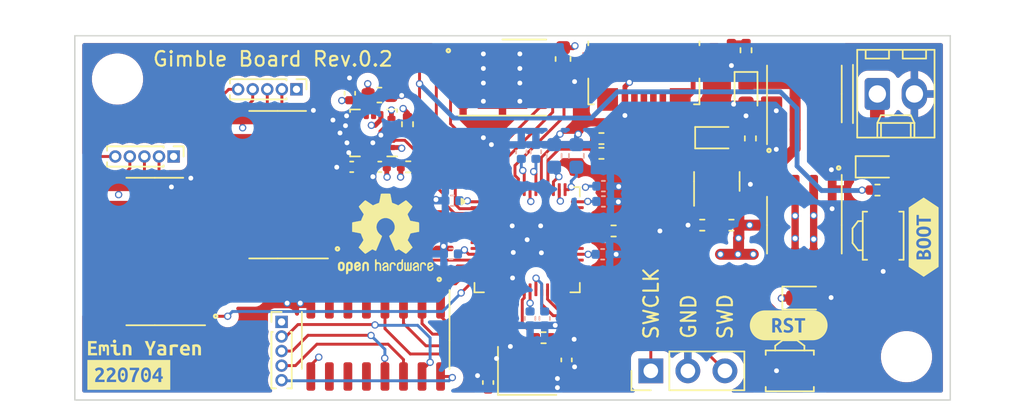
<source format=kicad_pcb>
(kicad_pcb (version 20211014) (generator pcbnew)
  (title_block (title "Gimble Board") (date "2022-07-04") (rev "0.2") (company "Emin Yaren"))
  (layers (0 "F.Cu" signal) (1 "In1.Cu" signal "GND") (2 "In2.Cu" signal "PWR") (31 "B.Cu" signal) (34 "B.Paste" user) (35 "F.Paste" user) (36 "B.SilkS" user "B.Silkscreen") (37 "F.SilkS" user "F.Silkscreen") (38 "B.Mask" user) (39 "F.Mask" user) (44 "Edge.Cuts" user))
  (net 0 "")
  (net 1 "+3V3")
  (net 2 "GND")
  (net 3 "+5V")
  (net 4 "+1V1")
  (net 5 "/RP2040/XIN")
  (net 6 "Net-(C312-Pad1)")
  (net 7 "Net-(C403-Pad1)")
  (net 8 "Net-(D200-Pad1)")
  (net 9 "+12V")
  (net 10 "Net-(R201-Pad2)")
  (net 11 "Net-(R202-Pad2)")
  (net 12 "Net-(R303-Pad2)")
  (net 13 "Net-(FB200-Pad1)")
  (net 14 "/POWER/USBV")
  (net 15 "D-")
  (net 16 "D+")
  (net 18 "unconnected-(J200-Pad6)")
  (net 19 "/RP2040/SWCLK")
  (net 20 "/RP2040/SWD")
  (net 21 "Net-(M500-Pad2)")
  (net 22 "Net-(M500-Pad3)")
  (net 23 "Net-(M500-Pad4)")
  (net 24 "Net-(M500-Pad5)")
  (net 25 "Net-(U501-Pad15)")
  (net 26 "Net-(U501-Pad13)")
  (net 27 "Net-(U501-Pad14)")
  (net 28 "Net-(U501-Pad16)")
  (net 29 "Net-(U502-Pad15)")
  (net 30 "Net-(U502-Pad13)")
  (net 31 "Net-(U502-Pad14)")
  (net 32 "Net-(U502-Pad16)")
  (net 33 "/RP2040/XOUT")
  (net 34 "Net-(U300-Pad37)")
  (net 35 "SDA")
  (net 36 "SCL")
  (net 37 "Net-(U300-Pad26)")
  (net 42 "P11")
  (net 43 "P12")
  (net 44 "P13")
  (net 45 "P14")
  (net 47 "P21")
  (net 48 "P22")
  (net 49 "P23")
  (net 50 "P24")
  (net 51 "P31")
  (net 52 "P32")
  (net 53 "P33")
  (net 54 "P34")
  (net 68 "SD3")
  (net 69 "SCLK")
  (net 70 "SD0")
  (net 71 "SD2")
  (net 72 "SD1")
  (net 73 "SS")
  (net 93 "/POWER/DISABLE")
  (net 94 "/RP2040/UD+")
  (net 95 "/RP2040/UD-")
  (net 97 "Net-(SW301-Pad2)")
  (footprint "Capacitor_SMD:C_0402_1005Metric" (layer "F.Cu") (at 118.85 53.95 90)
    (fp_text reference "C402" hide)
    (fp_text value "10n")
  )
  (footprint "MountingHole:MountingHole_2.5mm" (layer "F.Cu") (at 157 72.025)
    (fp_text reference "REF**" hide)
    (fp_text value "MountingHole_2.5mm")
  )
  (footprint "LED_SMD:LED_0402_1005Metric" (layer "F.Cu") (at 145 51 90)
    (fp_text reference "D202" hide)
    (fp_text value "BL")
  )
  (footprint "Connector_PinHeader_1.00mm:PinHeader_1x05_P1.00mm_Vertical" (layer "F.Cu") (at 115.19 53.68 -90)
    (fp_text reference "M500" hide)
    (fp_text value "BYJ-48")
  )
  (footprint "Diode_SMD:D_0603_1608Metric" (layer "F.Cu") (at 155 59)
    (fp_text reference "D200" hide)
    (fp_text value "11V")
  )
  (footprint "Package_SON:WSON-8-1EP_6x5mm_P1.27mm_EP3.4x4.3mm" (layer "F.Cu") (at 129.31 52.875)
    (fp_text reference "U301" hide)
    (fp_text value "W25Q32JVZP")
  )
  (footprint "Capacitor_Tantalum_SMD:CP_EIA-1608-08_AVX-J" (layer "F.Cu") (at 150 68)
    (fp_text reference "C200" hide)
    (fp_text value "22u")
  )
  (footprint "Button_Switch_SMD:SW_SPST_B3U-3000P" (layer "F.Cu") (at 149 73)
    (fp_text reference "SW300" hide)
    (fp_text value "RST")
  )
  (footprint "Package_LGA:LGA-16_3x3mm_P0.5mm_LayoutBorder3x5y" (layer "F.Cu") (at 120.475 56.675 180)
    (fp_text reference "U400" hide)
    (fp_text value "ICM-20602")
  )
  (footprint "kibuzzard-62C2D4AD" (layer "F.Cu") (at 148.925 69.875)
    (fp_text reference "kibuzzard-62C2D4AD" hide)
    (fp_text value "G***" hide)
  )
  (footprint "Capacitor_SMD:C_0402_1005Metric" (layer "F.Cu") (at 128.325 73.8 90)
    (fp_text reference "C311" hide)
    (fp_text value "27p")
  )
  (footprint "Resistor_SMD:R_0402_1005Metric" (layer "F.Cu") (at 136.925 63.4)
    (fp_text reference "R303" hide)
    (fp_text value "1K")
  )
  (footprint "Package_SO:SOIC-8_3.9x4.9mm_P1.27mm" (layer "F.Cu") (at 150 63 -90)
    (fp_text reference "U200" hide)
    (fp_text value "AMS1117CS-3.3")
  )
  (footprint "Connector_PinHeader_1.00mm:PinHeader_1x05_P1.00mm_Vertical" (layer "F.Cu") (at 106.77 58.29 -90)
    (fp_text reference "M501" hide)
    (fp_text value "BYJ-48")
  )
  (footprint "Button_Switch_SMD:SW_SPST_B3U-3000P" (layer "F.Cu") (at 155.4 63.725 90)
    (fp_text reference "SW301" hide)
    (fp_text value "BOOT")
  )
  (footprint "Resistor_SMD:R_0402_1005Metric" (layer "F.Cu") (at 132.125 70.725)
    (fp_text reference "R302" hide)
    (fp_text value "1K")
  )
  (footprint "Connector_PinHeader_2.54mm:PinHeader_1x03_P2.54mm_Vertical" (layer "F.Cu") (at 139.475 73 90)
    (fp_text reference "J300" hide)
    (fp_text value "DEBUG")
  )
  (footprint "Resistor_SMD:R_0402_1005Metric" (layer "F.Cu") (at 122.85 59)
    (fp_text reference "R401" hide)
    (fp_text value "10K")
  )
  (footprint "Package_SO:SOIC-8_3.9x4.9mm_P1.27mm" (layer "F.Cu") (at 150 54 90)
    (fp_text reference "U201" hide)
    (fp_text value "AMS1117CS-5.0")
  )
  (footprint "Package_SO:SOIC-16_3.9x9.9mm_P1.27mm" (layer "F.Cu") (at 120.62 70.91 -90)
    (fp_text reference "U502" hide)
    (fp_text value "ULN2003A")
  )
  (footprint "kibuzzard-62C2DC45" (layer "F.Cu") (at 104.775 71.4)
    (fp_text reference "kibuzzard-62C2DC45" hide)
    (fp_text value "G***" hide)
  )
  (footprint "Capacitor_SMD:C_0603_1608Metric" (layer "F.Cu") (at 133.46 51.6 -90)
    (fp_text reference "C313" hide)
    (fp_text value "2u2")
  )
  (footprint "Capacitor_SMD:C_0402_1005Metric" (layer "F.Cu") (at 118.975 59 180)
    (fp_text reference "C403" hide)
    (fp_text value "100n")
  )
  (footprint "Resistor_SMD:R_0402_1005Metric" (layer "F.Cu") (at 136.09 58.075 180)
    (fp_text reference "R301" hide)
    (fp_text value "22")
  )
  (footprint "Crystal:Crystal_SMD_3225-4Pin_3.2x2.5mm" (layer "F.Cu") (at 131 73)
    (fp_text reference "Y300" hide)
    (fp_text value "12MHz")
  )
  (footprint "LED_SMD:LED_0402_1005Metric" (layer "F.Cu") (at 146.3 59.05 90)
    (fp_text reference "D201" hide)
    (fp_text value "YLW")
  )
  (footprint "Capacitor_SMD:C_0402_1005Metric" (layer "F.Cu") (at 120.9 59 180)
    (fp_text reference "C400" hide)
    (fp_text value "100n")
  )
  (footprint "LED_SMD:LED_0402_1005Metric" (layer "F.Cu") (at 138.975 63.4 180)
    (fp_text reference "D300" hide)
    (fp_text value "GRN")
  )
  (footprint "Connector_Molex:Molex_KK-254_AE-6410-02A_1x02_P2.54mm_Vertical" (layer "F.Cu") (at 155 54)
    (fp_text reference "J201" hide)
    (fp_text value "Screw_Terminal_01x02")
  )
  (footprint "Capacitor_Tantalum_SMD:CP_EIA-1608-08_AVX-J" (layer "F.Cu") (at 146 54 -90)
    (fp_text reference "C201" hide)
    (fp_text value "22u")
  )
  (footprint "Package_SO:SOIC-16_3.9x9.9mm_P1.27mm" (layer "F.Cu") (at 105.48 64.81 180)
    (fp_text reference "U501" hide)
    (fp_text value "ULN2003A")
  )
  (footprint "Resistor_SMD:R_0402_1005Metric" (layer "F.Cu") (at 155.01 60.595 180)
    (fp_text reference "R304" hide)
    (fp_text value "1K")
  )
  (footprint "Diode_SMD:D_0603_1608Metric" (layer "F.Cu") (at 144 57)
    (fp_text reference "FB200" hide)
    (fp_text value "100R")
  )
  (footprint "Capacitor_SMD:C_0402_1005Metric" (layer "F.Cu") (at 133.7 72.25 -90)
    (fp_text reference "C312" hide)
    (fp_text value "27p")
  )
  (footprint "MY_LIBRARY:RP_2040" (layer "F.Cu") (at 131 64)
    (fp_text reference "U300" hide)
    (fp_text value "RP_2040")
  )
  (footprint "Resistor_SMD:R_0402_1005Metric" (layer "F.Cu") (at 145 63)
    (fp_text reference "R203" hide)
    (fp_text value "0")
  )
  (footprint "Package_TO_SOT_SMD:SOT-23" (layer "F.Cu") (at 144 60 90)
    (fp_text reference "Q200" hide)
    (fp_text value "FDN340P")
  )
  (footprint "Connector_PinHeader_1.00mm:PinHeader_1x05_P1.00mm_Vertical" (layer "F.Cu") (at 114.17 69.64)
    (fp_text reference "M502" hide)
    (fp_text value "BYJ-48")
  )
  (footprint "Resistor_SMD:R_0402_1005Metric" (layer "F.Cu") (at 146 51 90)
    (fp_text reference "R202" hide)
    (fp_text value "1K")
  )
  (footprint "Package_SO:SOIC-16_3.9x9.9mm_P1.27mm" (layer "F.Cu") (at 113.9 60.225 180)
    (fp_text reference "U500" hide)
    (fp_text value "ULN2003A")
  )
  (footprint "Connector_USB:USB_Micro-B_Molex_47346-0001" (layer "F.Cu") (at 139 53 180)
    (fp_text reference "J200" hide)
    (fp_text value "USB_B_Micro")
  )
  (footprint "Symbol:OSHW-Logo2_7.3x6mm_SilkScreen" (layer "F.Cu") (at 121.3 63.6)
    (fp_text reference "REF**" hide)
    (fp_text value "OSHW-Logo2_7.3x6mm_SilkScreen" hide)
  )
  (footprint "Resistor_SMD:R_0402_1005Metric" (layer "F.Cu") (at 122.8 56.075 -90)
    (fp_text reference "R400" hide)
    (fp_text value "10K")
  )
  (footprint "Resistor_SMD:R_0402_1005Metric" (layer "F.Cu") (at 146.3 57.05 -90)
    (fp_text reference "R201" hide)
    (fp_text value "1K")
  )
  (footprint "Resistor_SMD:R_0402_1005Metric" (layer "F.Cu") (at 136.09 57.059 180)
    (fp_text reference "R300" hide)
    (fp_text value "22")
  )
  (footprint "Capacitor_SMD:C_0603_1608Metric" (layer "F.Cu") (at 120.875 54.075)
    (fp_text reference "C401" hide)
    (fp_text value "2u2")
  )
  (footprint "Resistor_SMD:R_0402_1005Metric" (layer "F.Cu") (at 143 63 180)
    (fp_text reference "R200" hide)
    (fp_text value "10K")
  )
  (footprint "kibuzzard-62C2DB9E" (layer "F.Cu") (at 103.7 73.275)
    (fp_text reference "kibuzzard-62C2DB9E" hide)
    (fp_text value "G***" hide)
  )
  (footprint "MountingHole:MountingHole_2.5mm" (layer "F.Cu") (at 102.925 52.975)
    (fp_text reference "REF**" hide)
    (fp_text value "MountingHole_2.5mm")
  )
  (footprint "kibuzzard-62C2D491" (layer "F.Cu") (at 158.175 63.825 90)
    (fp_text reference "kibuzzard-62C2D491" hide)
    (fp_text value "G***" hide)
  )
  (footprint "Capacitor_SMD:C_0402_1005Metric" (layer "B.Cu") (at 132.2 69.4 -90)
    (fp_text reference "C309" hide)
    (fp_text value "100n")
  )
  (footprint "Capacitor_SMD:C_0603_1608Metric" (layer "B.Cu") (at 132.85 58.25 90)
    (fp_text reference "C308" hide)
    (fp_text value "2u2")
  )
  (footprint "Capacitor_SMD:C_0402_1005Metric" (layer "B.Cu") (at 136.175 65)
    (fp_text reference "C304" hide)
    (fp_text value "100n")
  )
  (footprint "Capacitor_SMD:C_0402_1005Metric" (layer "B.Cu") (at 130.6 57.975 90)
    (fp_text reference "C310" hide)
    (fp_text value "100n")
  )
  (footprint "Capacitor_SMD:C_0402_1005Metric" (layer "B.Cu") (at 125.775 64.975 180)
    (fp_text reference "C305" hide)
    (fp_text value "100n")
  )
  (footprint "Capacitor_SMD:C_0402_1005Metric" (layer "B.Cu") (at 131.6 57.975 90)
    (fp_text reference "C307" hide)
    (fp_text value "100n")
  )
  (footprint "Capacitor_SMD:C_0402_1005Metric" (layer "B.Cu") (at 136.225 60.325)
    (fp_text reference "C306" hide)
    (fp_text value "100n")
  )
  (footprint "Capacitor_SMD:C_0402_1005Metric" (layer "B.Cu") (at 136.225 61.375)
    (fp_text reference "C301" hide)
    (fp_text value "100n")
  )
  (footprint "Capacitor_SMD:C_0603_1608Metric" (layer "B.Cu") (at 134.375 58.25 90)
    (fp_text reference "C300" hide)
    (fp_text value "2u2")
  )
  (footprint "Capacitor_SMD:C_0402_1005Metric" (layer "B.Cu") (at 125.875 61.325 180)
    (fp_text reference "C302" hide)
    (fp_text value "100n")
  )
  (footprint "Capacitor_SMD:C_0402_1005Metric" (layer "B.Cu") (at 131.2 69.4 -90)
    (fp_text reference "C303" hide)
    (fp_text value "100n")
  )
  (gr_circle (center 118 64.625) (end 118.05 64.725) (layer "F.SilkS") (width 0.15) (fill none))
  (gr_circle (center 152.35 59.075) (end 152.4 59.175) (layer "F.SilkS") (width 0.15) (fill none))
  (gr_circle (center 109.65 69.25) (end 109.7 69.35) (layer "F.SilkS") (width 0.15) (fill none))
  (gr_circle (center 147.575 57.875) (end 147.625 57.975) (layer "F.SilkS") (width 0.15) (fill none))
  (gr_circle (center 125.6 51.025) (end 125.65 51.125) (layer "F.SilkS") (width 0.15) (fill none))
  (gr_circle (center 124.975 66.725) (end 125.025 66.825) (layer "F.SilkS") (width 0.15) (fill none))
  (gr_rect (start 100 50) (end 160 75) (layer "Edge.Cuts") (width 0.1) (fill none))
  (gr_text "GND" (at 142.075 69.275 90) (layer "F.SilkS") (effects (font (size 1 1))))
  (gr_text "Gimble Board Rev.0.2" (at 113.575 51.6) (layer "F.SilkS") (effects (font (size 1 1))))
  (gr_text "SWCLK" (at 139.5 68.373012 90) (layer "F.SilkS") (effects (font (size 1 1))))
  (gr_text "SWD" (at 144.575 69.275 90) (layer "F.SilkS") (effects (font (size 1 1))))
  (segment (start 127 65) (end 127.5625 65) (width 0.2) (layer "F.Cu") (net 1))
  (segment (start 120.1 53.325) (end 120.075 53.3) (width 0.33) (layer "F.Cu") (net 1))
  (segment (start 120.325 56.15) (end 120.586694 56.15) (width 0.33) (layer "F.Cu") (net 1))
  (segment (start 133.2 60.5625) (end 133.2 61.275) (width 0.2) (layer "F.Cu") (net 1))
  (segment (start 150.635 63.965) (end 150.635 65.475) (width 0.5) (layer "F.Cu") (net 1))
  (segment (start 150.635 62.34) (end 150.635 63.965) (width 0.5) (layer "F.Cu") (net 1))
  (segment (start 131.45 59.325) (end 131.6 59.475) (width 0.2) (layer "F.Cu") (net 1))
  (segment (start 149.365 62.36) (end 149.365 63.91) (width 0.5) (layer "F.Cu") (net 1))
  (segment (start 135.181371 65) (end 135.181407 65.000036) (width 0.2) (layer "F.Cu") (net 1))
  (segment (start 149.365 65.475) (end 149.365 67.9225) (width 0.5) (layer "F.Cu") (net 1))
  (segment (start 131.6 59.475) (end 131.6 60.5625) (width 0.2) (layer "F.Cu") (net 1))
  (segment (start 131.2 60.5625) (end 131.2 61.325) (width 0.2) (layer "F.Cu") (net 1))
  (segment (start 121.7 57.675) (end 122.35 57.675) (width 0.33) (layer "F.Cu") (net 1))
  (segment (start 121.25 58.87) (end 121.38 59) (width 0.33) (layer "F.Cu") (net 1))
  (segment (start 133.46 50.825) (end 133.335 50.95) (width 0.33) (layer "F.Cu") (net 1))
  (segment (start 133.6 60.5625) (end 133.8375 60.5625) (width 0.2) (layer "F.Cu") (net 1))
  (segment (start 149.2875 68) (end 148.45 68) (width 0.5) (layer "F.Cu") (net 1))
  (segment (start 121.25 58.175) (end 121.25 58.87) (width 0.33) (layer "F.Cu") (net 1))
  (segment (start 134.15 50.825) (end 134.275 50.7) (width 0.33) (layer "F.Cu") (net 1))
  (segment (start 118.32 54.43) (end 118.3 54.45) (width 0.33) (layer "F.Cu") (net 1))
  (segment (start 149.365 60.525) (end 149.365 62.36) (width 0.5) (layer "F.Cu") (net 1))
  (segment (start 122.8 55.565) (end 122.8 55.3) (width 0.33) (layer "F.Cu") (net 1))
  (segment (start 132.03 50.95) (end 132.01 50.97) (width 0.33) (layer "F.Cu") (net 1))
  (segment (start 122.8 55.3) (end 122.5 55) (width 0.33) (layer "F.Cu") (net 1))
  (segment (start 122.34 59.685) (end 122.325 59.7) (width 0.33) (layer "F.Cu") (net 1))
  (segment (start 120.975 57.9) (end 121.25 58.175) (width 0.33) (layer "F.Cu") (net 1))
  (segment (start 122.34 59) (end 122.34 59.685) (width 0.33) (layer "F.Cu") (net 1))
  (segment (start 133.335 50.95) (end 132.03 50.95) (width 0.33) (layer "F.Cu") (net 1))
  (segment (start 121.7 55.675) (end 121.7 55.1) (width 0.33) (layer "F.Cu") (net 1))
  (segment (start 122.35 57.675) (end 122.4 57.725) (width 0.33) (layer "F.Cu") (net 1))
  (segment (start 135.120821 61.4) (end 135.15007 61.370751) (width 0.2) (layer "F.Cu") (net 1))
  (segment (start 119.975 54.2) (end 120.1 54.075) (width 0.33) (layer "F.Cu") (net 1))
  (segment (start 127.5625 61.4) (end 126.97506 61.4) (width 0.2) (layer "F.Cu") (net 1))
  (segment (start 131.2 67.4375) (end 131.2 68.35) (width 0.2) (layer "F.Cu") (net 1))
  (segment (start 134.4375 65) (end 135.181371 65) (width 0.2) (layer "F.Cu") (net 1))
  (segment (start 149.365 63.91) (end 149.365 65.475) (width 0.5) (layer "F.Cu") (net 1))
  (segment (start 149.365 67.9225) (end 149.2875 68) (width 0.5) (layer "F.Cu") (net 1))
  (segment (start 131.2 61.325) (end 131.25 61.375) (width 0.2) (layer "F.Cu") (net 1))
  (segment (start 126.7 64.7) (end 127 65) (width 0.2) (layer "F.Cu") (net 1))
  (segment (start 134.4375 61.4) (end 135.120821 61.4) (width 0.2) (layer "F.Cu") (net 1))
  (segment (start 120.975 55.761694) (end 120.975 55.45) (width 0.33) (layer "F.Cu") (net 1))
  (segment (start 148.45 68) (end 148.425 68.025) (width 0.5) (layer "F.Cu") (net 1))
  (segment (start 133.2 61.275) (end 133.275 61.35) (width 0.2) (layer "F.Cu") (net 1))
  (segment (start 133.8375 60.5625) (end 134.025 60.375) (width 0.2) (layer "F.Cu") (net 1))
  (segment (start 150.635 60.525) (end 150.635 62.34) (width 0.5) (layer "F.Cu") (net 1))
  (segment (start 121.38 59) (end 121.38 59.68) (width 0.33) (layer "F.Cu") (net 1))
  (segment (start 121.38 59.68) (end 121.4 59.7) (width 0.33) (layer "F.Cu") (net 1))
  (segment (start 126.97506 61.4) (end 126.904891 61.329831) (width 0.2) (layer "F.Cu") (net 1))
  (segment (start 120.586694 56.15) (end 120.975 55.761694) (width 0.33) (layer "F.Cu") (net 1))
  (segment (start 118.85 54.43) (end 118.32 54.43) (width 0.33) (layer "F.Cu") (net 1))
  (segment (start 120.1 54.075) (end 120.1 53.325) (width 0.33) (layer "F.Cu") (net 1))
  (segment (start 133.46 50.825) (end 134.15 50.825) (width 0.33) (layer "F.Cu") (net 1))
  (segment (start 119.975 55.45) (end 119.975 54.2) (width 0.33) (layer "F.Cu") (net 1))
  (via (at 126.7 64.7) (size 0.5) (drill 0.33) (layers "F.Cu" "B.Cu") (net 1))
  (via (at 134.275 50.7) (size 0.5) (drill 0.33) (layers "F.Cu" "B.Cu") (net 1))
  (via (at 150.635 63.965) (size 0.5) (drill 0.33) (layers "F.Cu" "B.Cu") (net 1))
  (via (at 121.7 55.1) (size 0.5) (drill 0.33) (layers "F.Cu" "B.Cu") (net 1))
  (via (at 122.325 59.7) (size 0.5) (drill 0.33) (layers "F.Cu" "B.Cu") (net 1))
  (via (at 118.3 54.45) (size 0.5) (drill 0.33) (layers "F.Cu" "B.Cu") (net 1))
  (via (at 131.45 59.325) (size 0.5) (drill 0.33) (layers "F.Cu" "B.Cu") (net 1))
  (via (at 122.5 55) (size 0.5) (drill 0.33) (layers "F.Cu" "B.Cu") (net 1))
  (via (at 135 60.4) (size 0.5) (drill 0.33) (layers "F.Cu" "B.Cu") (net 1))
  (via (at 149.365 63.91) (size 0.5) (drill 0.33) (layers "F.Cu" "B.Cu") (net 1))
  (via (at 121.4 59.7) (size 0.5) (drill 0.33) (layers "F.Cu" "B.Cu") (net 1))
  (via (at 131.2 68.35) (size 0.5) (drill 0.33) (layers "F.Cu" "B.Cu") (net 1))
  (via (at 149.365 62.36) (size 0.5) (drill 0.33) (layers "F.Cu" "B.Cu") (net 1))
  (via (at 150.635 62.34) (size 0.5) (drill 0.33) (layers "F.Cu" "B.Cu") (net 1))
  (via (at 134.025 60.375) (size 0.5) (drill 0.33) (layers "F.Cu" "B.Cu") (net 1))
  (via (at 133.275 61.35) (size 0.5) (drill 0.33) (layers "F.Cu" "B.Cu") (net 1))
  (via (at 120.325 56.15) (size 0.5) (drill 0.33) (layers "F.Cu" "B.Cu") (net 1))
  (via (at 148.425 68.025) (size 0.5) (drill 0.33) (layers "F.Cu" "B.Cu") (net 1))
  (via (at 131.25 61.375) (size 0.5) (drill 0.33) (layers "F.Cu" "B.Cu") (net 1))
  (via (at 122.4 57.725) (size 0.5) (drill 0.33) (layers "F.Cu" "B.Cu") (net 1))
  (via (at 135.15007 61.370751) (size 0.5) (drill 0.33) (layers "F.Cu" "B.Cu") (net 1))
  (via (at 126.904891 61.329831) (size 0.5) (drill 0.33) (layers "F.Cu" "B.Cu") (net 1))
  (via (at 120.075 53.3) (size 0.5) (drill 0.33) (layers "F.Cu" "B.Cu") (net 1))
  (via (at 135.181407 65.000036) (size 0.5) (drill 0.33) (layers "F.Cu" "B.Cu") (net 1))
  (segment (start 126.90006 61.325) (end 126.904891 61.329831) (width 0.2) (layer "B.Cu") (net 1))
  (segment (start 134.375 59.625) (end 134.375 59.025) (width 0.2) (layer "B.Cu") (net 1))
  (segment (start 135.181443 65) (end 135.181407 65.000036) (width 0.2) (layer "B.Cu") (net 1))
  (segment (start 134.025 59.975) (end 134.375 59.625) (width 0.2) (layer "B.Cu") (net 1))
  (segment (start 134.025 60.375) (end 134.025 59.975) (width 0.2) (layer "B.Cu") (net 1))
  (segment (start 131.6 59.175) (end 131.6 58.455) (width 0.2) (layer "B.Cu") (net 1))
  (segment (start 131.45 59.325) (end 131.6 59.175) (width 0.2) (layer "B.Cu") (net 1))
  (segment (start 131.2 68.92) (end 131.2 68.35) (width 0.2) (layer "B.Cu") (net 1))
  (segment (start 126.355 61.325) (end 126.90006 61.325) (width 0.2) (layer "B.Cu") (net 1))
  (segment (start 135.745 61.375) (end 135.154319 61.375) (width 0.2) (layer "B.Cu") (net 1))
  (segment (start 135.695 65) (end 135.181443 65) (width 0.2) (layer "B.Cu") (net 1))
  (segment (start 135.075 60.325) (end 135 60.4) (width 0.2) (layer "B.Cu") (net 1))
  (segment (start 126.425 64.975) (end 126.255 64.975) (width 0.2) (layer "B.Cu") (net 1))
  (segment (start 135.154319 61.375) (end 135.15007 61.370751) (width 0.2) (layer "B.Cu") (net 1))
  (segment (start 135.745 60.325) (end 135.075 60.325) (width 0.2) (layer "B.Cu") (net 1))
  (segment (start 126.7 64.7) (end 126.425 64.975) (width 0.2) (layer "B.Cu") (net 1))
  (segment (start 116.15 68.35) (end 116.175 68.375) (width 0.5) (layer "F.Cu") (net 2))
  (segment (start 120.475 58.945) (end 120.42 59) (width 0.33) (layer "F.Cu") (net 2))
  (segment (start 116.375 55.78) (end 116.375 55.15) (width 0.5) (layer "F.Cu") (net 2))
  (segment (start 150.7125 68) (end 151.8 68) (width 0.5) (layer "F.Cu") (net 2))
  (segment (start 120.975 56.588306) (end 121.388306 56.175) (width 0.33) (layer "F.Cu") (net 2))
  (segment (start 106.635 60.365) (end 106.62 60.38) (width 0.5) (layer "F.Cu") (net 2))
  (segment (start 119.25 57.175) (end 118.825 57.175) (width 0.33) (layer "F.Cu") (net 2))
  (segment (start 119.25 55.675) (end 118.8 55.675) (width 0.33) (layer "F.Cu") (net 2))
  (segment (start 121.388306 56.175) (end 121.7 56.175) (width 0.33) (layer "F.Cu") (net 2))
  (segment (start 129.9 72.15) (end 129.9 71.375) (width 0.5) (layer "F.Cu") (net 2))
  (segment (start 120.42 59) (end 120.42 59.67) (width 0.33) (layer "F.Cu") (net 2))
  (segment (start 120.475 57.9) (end 120.475 58.945) (width 0.33) (layer "F.Cu") (net 2))
  (segment (start 137.7 54.46) (end 137.7 53.50141) (width 0.33) (layer "F.Cu") (net 2))
  (segment (start 147.3 73) (end 148.08 73) (width 0.5) (layer "F.Cu") (net 2))
  (segment (start 120.42 59.67) (end 120.425 59.675) (width 0.33) (layer "F.Cu") (net 2))
  (segment (start 132.4 74.15) (end 132.1 73.85) (width 0.5) (layer "F.Cu") (net 2))
  (segment (start 145.1625 54.7125) (end 145.15 54.7) (width 0.33) (layer "F.Cu") (net 2))
  (segment (start 155.4 65.425) (end 155.4 66.175) (width 0.33) (layer "F.Cu") (net 2))
  (segment (start 130 67.4375) (end 130 66.625) (width 0.2) (layer "F.Cu") (net 2))
  (segment (start 107.955 59.78) (end 107.95 59.775) (width 0.5) (layer "F.Cu") (net 2))
  (segment (start 132.425 73.525) (end 132.1 73.85) (width 0.5) (layer "F.Cu") (net 2))
  (segment (start 118.8 55.675) (end 118.625 55.5) (width 0.33) (layer "F.Cu") (net 2))
  (segment (start 128.325 73.32) (end 127.605 73.32) (width 0.5) (layer "F.Cu") (net 2))
  (segment (start 151.905 60.525) (end 151.905 61.87) (width 0.5) (layer "F.Cu") (net 2))
  (segment (start 148.095 56.475) (end 148.095 57.78) (width 0.33) (layer "F.Cu") (net 2))
  (segment (start 151.905 59.255) (end 151.85 59.2) (width 0.5) (layer "F.Cu") (net 2))
  (segment (start 121.65 54.075) (end 122.375 54.075) (width 0.5) (layer "F.Cu") (net 2))
  (segment (start 114.55 68.35) (end 116.15 68.35) (width 0.5) (layer "F.Cu") (net 2))
  (segment (start 133.475 52.375) (end 134.25 53.15) (width 0.5) (layer "F.Cu") (net 2))
  (segment (start 134.245 72.73) (end 134.25 72.725) (width 0.5) (layer "F.Cu") (net 2))
  (segment (start 148.08 73) (end 148.09 72.99) (width 0.5) (layer "F.Cu") (net 2))
  (segment (start 137.7 53.50141) (end 138.004418 53.196992) (width 0.33) (layer "F.Cu") (net 2))
  (segment (start 146.3 59.535) (end 146.3 60.2) (width 0.33) (layer "F.Cu") (net 2))
  (segment (start 139.46 63.4) (end 140.1 63.4) (width 0.33) (layer "F.Cu") (net 2))
  (segment (start 118.495 59) (end 117.975 59) (width 0.33) (layer "F.Cu") (net 2))
  (segment (start 118.85 52.925) (end 118.825 52.9) (width 0.5) (layer "F.Cu") (net 2))
  (segment (start 133.075 74.15) (end 132.4 74.15) (width 0.5) (layer "F.Cu") (net 2))
  (segment (start 126.61 54.78) (end 127.72 54.78) (width 0.33) (layer "F.Cu") (net 2))
  (segment (start 133.075 73.525) (end 133.075 74.15) (width 0.5) (layer "F.Cu") (net 2))
  (segment (start 116.175 68.375) (end 116.175 68.435) (width 0.5) (layer "F.Cu") (net 2))
  (segment (start 116.375 55.15) (end 116.35 55.125) (width 0.5) (layer "F.Cu") (net 2))
  (segment (start 127.72 54.78) (end 128 54.5) (width 0.33) (layer "F.Cu") (net 2))
  (segment (start 118.825 57.175) (end 118.65 57.35) (width 0.33) (layer "F.Cu") (net 2))
  (segment (start 122.375 54.075) (end 122.4 54.1) (width 0.5) (layer "F.Cu") (net 2))
  (segment (start 107.955 60.365) (end 107.955 59.78) (width 0.5) (layer "F.Cu") (net 2))
  (segment (start 107.955 60.365) (end 106.635 60.365) (width 0.5) (layer "F.Cu") (net 2))
  (segment (start 133.7 72.73) (end 134.245 72.73) (width 0.5) (layer "F.Cu") (net 2))
  (segment (start 151.8 68) (end 151.83 67.97) (width 0.5) (layer "F.Cu") (net 2))
  (segment (start 148.095 57.78) (end 148.075 57.8) (width 0.33) (layer "F.Cu") (net 2))
  (segment (start 129.9 72.15) (end 128.9 72.15) (width 0.5) (layer "F.Cu") (net 2))
  (segment (start 118.85 53.47) (end 118.85 52.925) (width 0.5) (layer "F.Cu") (net 2))
  (segment (start 116.175 68.435) (end 116.215 68.435) (width 0.5) (layer "F.Cu") (net 2))
  (segment (start 119.25 57.675) (end 119.125 57.675) (width 0.33) (layer "F.Cu") (net 2))
  (segment (start 119.25 56.175) (end 118.55 56.175) (width 0.33) (layer "F.Cu") (net 2))
  (segment (start 129.9 71.375) (end 129.85 71.325) (width 0.5) (layer "F.Cu") (net 2))
  (segment (start 117.975 59) (end 117.95 59.025) (width 0.33) (layer "F.Cu") (net 2))
  (segment (start 118.175 56.675) (end 119.25 56.675) (width 0.33) (layer "F.Cu") (net 2))
  (segment (start 127.605 73.32) (end 127.6 73.325) (width 0.5) (layer "F.Cu") (net 2))
  (segment (start 116.375 55.78) (end 117.68 55.78) (width 0.5) (layer "F.Cu") (net 2))
  (segment (start 151.905 60.525) (end 151.905 59.255) (width 0.5) (layer "F.Cu") (net 2))
  (segment (start 120.975 56.825) (end 120.975 56.588306) (width 0.33) (layer "F.Cu") (net 2))
  (segment (start 120.425 57.35) (end 120.475 57.4) (width 0.33) (layer "F.Cu") (net 2))
  (segment (start 134.25 53.15) (end 134.235 53.15) (width 0.2) (layer "F.Cu") (net 2))
  (segment (start 119.125 57.675) (end 118.775 58.025) (width 0.33) (layer "F.Cu") (net 2))
  (segment (start 146 54.7125) (end 146 55.5) (width 0.33) (layer "F.Cu") (net 2))
  (segment (start 137.7 54.46) (end 137.7 55.475) (width 0.33) (layer "F.Cu") (net 2))
  (segment (start 148.095 55.17) (end 148.075 55.15) (width 0.33) (layer "F.Cu") (net 2))
  (segment (start 142.49 63) (end 142.025 63) (width 0.33) (layer "F.Cu") (net 2))
  (segment (start 133.46 52.375) (end 133.475 52.375) (width 0.5) (layer "F.Cu") (net 2))
  (segment (start 146 54.7125) (end 145.1625 54.7125) (width 0.33) (layer "F.Cu") (net 2))
  (segment (start 120.475 57.4) (end 120.475 57.9) (width 0.33) (layer "F.Cu") (net 2))
  (segment (start 133.075 73.525) (end 132.425 73.525) (width 0.5) (layer "F.Cu") (net 2))
  (segment (start 148.095 56.475) (end 148.095 55.17) (width 0.33) (layer "F.Cu") (net 2))
  (segment (start 117.68 55.78) (end 117.69 55.79) (width 0.5) (layer "F.Cu") (net 2))
  (segment (start 145 51.485) (end 145 52.05) (width 0.33) (layer "F.Cu") (net 2))
  (segment (start 151.905 61.87) (end 151.9 61.875) (width 0.5) (layer "F.Cu") (net 2))
  (via (at 118.175 56.675) (size 0.5) (drill 0.33) (layers "F.Cu" "B.Cu") (net 2))
  (via (at 107.95 59.775) (size 0.5) (drill 0.33) (layers "F.Cu" "B.Cu") (net 2))
  (via (at 128 53.25) (size 0.5) (drill 0.33) (layers "F.Cu" "B.Cu") (net 2))
  (via (at 129.975 63.05) (size 0.5) (drill 0.33) (layers "F.Cu" "B.Cu") (net 2))
  (via (at 134.5 56.75) (size 0.5) (drill 0.33) (layers "F.Cu" "B.Cu") (net 2))
  (via (at 138.004418 53.196992) (size 0.5) (drill 0.33) (layers "F.Cu" "B.Cu") (net 2))
  (via (at 131 64) (size 0.5) (drill 0.33) (layers "F.Cu" "B.Cu") (net 2))
  (via (at 140.1 63.4) (size 0.5) (drill 0.33) (layers "F.Cu" "B.Cu") (net 2))
  (via (at 128 57) (size 0.5) (drill 0.33) (layers "F.Cu" "B.Cu") (net 2))
  (via (at 118.825 52.9) (size 0.5) (drill 0.33) (layers "F.Cu" "B.Cu") (net 2))
  (via (at 132.925 69.875) (size 0.5) (drill 0.33) (layers "F.Cu" "B.Cu") (net 2))
  (via (at 130.05 64.875) (size 0.5) (drill 0.33) (layers "F.Cu" "B.Cu") (net 2))
  (via (at 142.025 63) (size 0.5) (drill 0.33) (layers "F.Cu" "B.Cu") (net 2))
  (via (at 117.95 59.025) (size 0.5) (drill 0.33) (layers "F.Cu" "B.Cu") (net 2))
  (via (at 151.85 59.2) (size 0.5) (drill 0.33) (layers "F.Cu" "B.Cu") (net 2))
  (via (at 148.075 55.15) (size 0.5) (drill 0.33) (layers "F.Cu" "B.Cu") (net 2))
  (via (at 134.219803 70.83169) (size 0.5) (drill 0.33) (layers "F.Cu" "B.Cu") (net 2))
  (via (at 124.75 61.25) (size 0.5) (drill 0.33) (layers "F.Cu" "B.Cu") (net 2))
  (via (at 145 52.05) (size 0.5) (drill 0.33) (layers "F.Cu" "B.Cu") (net 2))
  (via (at 116.35 55.125) (size 0.5) (drill 0.33) (layers "F.Cu" "B.Cu") (net 2))
  (via (at 134.25 72.725) (size 0.5) (drill 0.33) (layers "F.Cu" "B.Cu") (net 2))
  (via (at 137.1 65) (size 0.5) (drill 0.33) (layers "F.Cu" "B.Cu") (net 2))
  (via (at 148.075 57.8) (size 0.5) (drill 0.33) (layers "F.Cu" "B.Cu") (net 2))
  (via (at 151.9 61.875) (size 0.5) (drill 0.33) (layers "F.Cu" "B.Cu") (net 2))
  (via (at 134.25 53.15) (size 0.5) (drill 0.33) (layers "F.Cu" "B.Cu") (net 2))
  (via (at 118.65 57.35) (size 0.5) (drill 0.33) (layers "F.Cu" "B.Cu") (net 2))
  (via (at 146 55.5) (size 0.5) (drill 0.33) (layers "F.Cu" "B.Cu") (net 2))
  (via (at 145.15 54.7) (size 0.5) (drill 0.33) (layers "F.Cu" "B.Cu") (net 2))
  (via (at 128 54.5) (size 0.5) (drill 0.33) (layers "F.Cu" "B.Cu") (net 2))
  (via (at 129.85 71.325) (size 0.5) (drill 0.33) (layers "F.Cu" "B.Cu") (net 2))
  (via (at 131.975 64.9) (size 0.5) (drill 0.33) (layers "F.Cu" "B.Cu") (net 2))
  (via (at 148.09 72.99) (size 0.5) (drill 0.33) (layers "F.Cu" "B.Cu") (net 2))
  (via (at 133.075 74.15) (size 0.5) (drill 0.33) (layers "F.Cu" "B.Cu") (net 2))
  (via (at 125.27 64.45) (size 0.5) (drill 0.33) (layers "F.Cu" "B.Cu") (net 2))
  (via (at 117.69 55.79) (size 0.5) (drill 0.33) (layers "F.Cu" "B.Cu") (net 2))
  (via (at 130 66.625) (size 0.5) (drill 0.33) (layers "F.Cu" "B.Cu") (net 2))
  (via (at 120.975 56.825) (size 0.5) (drill 0.33) (layers "F.Cu" "B.Cu") (net 2))
  (via (at 130.5 54.5) (size 0.5) (drill 0.33) (layers "F.Cu" "B.Cu") (net 2))
  (via (at 106.62 60.38) (size 0.5) (drill 0.33) (layers "F.Cu" "B.Cu") (net 2))
  (via (at 130.5 53.25) (size 0.5) (drill 0.33) (layers "F.Cu" "B.Cu") (net 2))
  (via (at 115.45 68.35) (size 0.5) (drill 0.33) (layers "F.Cu" "B.Cu") (net 2))
  (via (at 120.425 57.35) (size 0.5) (drill 0.33) (layers "F.Cu" "B.Cu") (net 2))
  (via (at 114.55 68.35) (size 0.5) (drill 0.33) (layers "F.Cu" "B.Cu") (net 2))
  (via (at 130.5 51.25) (size 0.5) (drill 0.33) (layers "F.Cu" "B.Cu") (net 2))
  (via (at 120.425 59.675) (size 0.5) (drill 0.33) (layers "F.Cu" "B.Cu") (net 2))
  (via (at 128.9 72.15) (size 0.5) (drill 0.33) (layers "F.Cu" "B.Cu") (net 2))
  (via (at 133.075 73.525) (size 0.5) (drill 0.33) (layers "F.Cu" "B.Cu") (net 2))
  (via (at 137.25 61.4) (size 0.5) (drill 0.33) (layers "F.Cu" "B.Cu") (net 2))
  (via (at 130.5 52.25) (size 0.5) (drill 0.33) (layers "F.Cu" "B.Cu") (net 2))
  (via (at 128.55 57.475) (size 0.5) (drill 0.33) (layers "F.Cu" "B.Cu") (net 2))
  (via (at 146.3 60.2) (size 0.5) (drill 0.33) (layers "F.Cu" "B.Cu") (net 2))
  (via (at 128 51.25) (size 0.5) (drill 0.33) (layers "F.Cu" "B.Cu") (net 2))
  (via (at 128 52.25) (size 0.5) (drill 0.33) (layers "F.Cu" "B.Cu") (net 2))
  (via (at 118.55 56.175) (size 0.5) (drill 0.33) (layers "F.Cu" "B.Cu") (net 2))
  (via (at 118.625 55.5) (size 0.5) (drill 0.33) (layers "F.Cu" "B.Cu") (net 2))
  (via (at 118.775 58.025) (size 0.5) (drill 0.33) (layers "F.Cu" "B.Cu") (net 2))
  (via (at 127.6 73.325) (size 0.5) (drill 0.33) (layers "F.Cu" "B.Cu") (net 2))
  (via (at 137.275 60.35) (size 0.5) (drill 0.33) (layers "F.Cu" "B.Cu") (net 2))
  (via (at 151.83 67.97) (size 0.5) (drill 0.33) (layers "F.Cu" "B.Cu") (net 2))
  (via (at 131.925 63.05) (size 0.5) (drill 0.33) (layers "F.Cu" "B.Cu") (net 2))
  (via (at 122.4 54.1) (size 0.5) (drill 0.33) (layers "F.Cu" "B.Cu") (net 2))
  (via (at 137.7 55.475) (size 0.5) (drill 0.33) (layers "F.Cu" "B.Cu") (net 2))
  (via (at 155.4 66.175) (size 0.5) (drill 0.33) (layers "F.Cu" "B.Cu") (net 2))
  (via (at 133.25 56.75) (size 0.5) (drill 0.33) (layers "F.Cu" "B.Cu") (net 2))
  (segment (start 131.6 57.495) (end 132.83 57.495) (width 0.33) (layer "B.Cu") (net 2))
  (segment (start 130.6 57.495) (end 131.6 57.495) (width 0.33) (layer "B.Cu") (net 2))
  (segment (start 133.25 56.75) (end 132.85 57.15) (width 0.33) (layer "B.Cu") (net 2))
  (segment (start 136.655 65) (end 137.1 65) (width 0.33) (layer "B.Cu") (net 2))
  (segment (start 124.825 61.325) (end 124.75 61.25) (width 0.33) (layer "B.Cu") (net 2))
  (segment (start 125.27 64.45) (end 125.27 64.95) (width 0.33) (layer "B.Cu") (net 2))
  (segment (start 128 57) (end 128.495 57.495) (width 0.33) (layer "B.Cu") (net 2))
  (segment (start 125.395 61.325) (end 124.825 61.325) (width 0.33) (layer "B.Cu") (net 2))
  (segment (start 137.25 60.325) (end 137.275 60.35) (width 0.33) (layer "B.Cu") (net 2))
  (segment (start 137.225 61.375) (end 137.25 61.4) (width 0.33) (layer "B.Cu") (net 2))
  (segment (start 136.705 60.325) (end 137.25 60.325) (width 0.33) (layer "B.Cu") (net 2))
  (segment (start 131.2 69.88) (end 132.2 69.88) (width 0.5) (layer "B.Cu") (net 2))
  (segment (start 133.268113 69.88) (end 132.2 69.88) (width 0.5) (layer "B.Cu") (net 2))
  (segment (start 125.27 64.95) (end 125.295 64.975) (width 0.33) (layer "B.Cu") (net 2))
  (segment (start 132.83 57.495) (end 132.85 57.475) (width 0.33) (layer "B.Cu") (net 2))
  (segment (start 128.495 57.495) (end 130.6 57.495) (width 0.33) (layer "B.Cu") (net 2))
  (segment (start 136.705 61.375) (end 137.225 61.375) (width 0.33) (layer "B.Cu") (net 2))
  (segment (start 134.219803 70.83169) (end 133.268113 69.88) (width 0.5) (layer "B.Cu") (net 2))
  (segment (start 134.5 56.75) (end 134.375 56.875) (width 0.33) (layer "B.Cu") (net 2))
  (segment (start 134.375 56.875) (end 134.375 57.475) (width 0.33) (layer "B.Cu") (net 2))
  (segment (start 132.85 57.15) (end 132.85 57.475) (width 0.33) (layer "B.Cu") (net 2))
  (segment (start 116.175 73.385) (end 116.175 72.605) (width 0.2) (layer "F.Cu") (net 3))
  (segment (start 111.425 56.245) (end 111.5 56.32) (width 0.2) (layer "F.Cu") (net 3))
  (segment (start 145.51 62.01) (end 145.51 63) (width 0.75) (layer "F.Cu") (net 3))
  (segment (start 150.635 53.94) (end 149.465 53.94) (width 0.75) (layer "F.Cu") (net 3))
  (segment (start 147.1 63) (end 146.25 63) (width 0.75) (layer "F.Cu") (net 3))
  (segment (start 150.635 53.94) (end 150.635 56.475) (width 0.75) (layer "F.Cu") (net 3))
  (segment (start 148.095 60.525) (end 148.095 62.005) (width 0.75) (layer "F.Cu") (net 3))
  (segment (start 149.365 54.04) (end 149.365 56.475) (width 0.75) (layer "F.Cu") (net 3))
  (segment (start 145.51 63) (end 145.51 63.88) (width 0.75) (layer "F.Cu") (net 3))
  (segment (start 116.175 72.605) (end 116.72 72.06) (width 0.2) (layer "F.Cu") (net 3))
  (segment (start 146.25 63) (end 145.51 63) (width 0.75) (layer "F.Cu") (net 3))
  (segment (start 149.365 56.475) (end 149.365 57.735) (width 0.75) (layer "F.Cu") (net 3))
  (segment (start 103.005 60.365) (end 103.005 60.905) (width 0.2) (layer "F.Cu") (net 3))
  (segment (start 145.49 64.94) (end 145.55 65) (width 0.75) (layer "F.Cu") (net 3))
  (segment (start 145.51 63.88) (end 145.49 63.9) (width 0.75) (layer "F.Cu") (net 3))
  (segment (start 149.465 53.94) (end 149.365 54.04) (width 0.75) (layer "F.Cu") (net 3))
  (segment (start 146 53.2875) (end 149.1125 53.2875) (width 0.75) (layer "F.Cu") (net 3))
  (segment (start 145.55 65) (end 146.5 65) (width 0.75) (layer "F.Cu") (net 3))
  (segment (start 148.095 62.005) (end 147.1 63) (width 0.75) (layer "F.Cu") (net 3))
  (segment (start 149.1125 53.2875) (end 149.365 53.54) (width 0.75) (layer "F.Cu") (net 3))
  (segment (start 146 51.51) (end 146 53.2875) (width 0.75) (layer "F.Cu") (net 3))
  (segment (start 149.365 53.54) (end 149.365 54.04) (width 0.75) (layer "F.Cu") (net 3))
  (segment (start 149.365 51.525) (end 149.365 53.54) (width 0.75) (layer "F.Cu") (net 3))
  (segment (start 150.635 51.525) (end 150.635 53.94) (width 0.75) (layer "F.Cu") (net 3))
  (segment (start 111.425 55.78) (end 111.425 56.245) (width 0.2) (layer "F.Cu") (net 3))
  (segment (start 148.095 59.005) (end 148.095 60.525) (width 0.75) (layer "F.Cu") (net 3))
  (segment (start 144.25 65) (end 145.55 65) (width 0.75) (layer "F.Cu") (net 3))
  (segment (start 144.95 60.9375) (end 144.95 61.45) (width 0.75) (layer "F.Cu") (net 3))
  (segment (start 145.49 63.9) (end 145.49 64.94) (width 0.75) (layer "F.Cu") (net 3))
  (segment (start 144.95 61.45) (end 145.51 62.01) (width 0.75) (layer "F.Cu") (net 3))
  (segment (start 103.005 60.905) (end 103 60.91) (width 0.2) (layer "F.Cu") (net 3))
  (segment (start 149.365 57.735) (end 148.095 59.005) (width 0.75) (layer "F.Cu") (net 3))
  (via (at 146.25 63) (size 0.5) (drill 0.33) (layers "F.Cu" "B.Cu") (net 3))
  (via (at 146.5 65) (size 0.5) (drill 0.33) (layers "F.Cu" "B.Cu") (net 3))
  (via (at 144.25 65) (size 0.5) (drill 0.33) (layers "F.Cu" "B.Cu") (net 3))
  (via (at 111.5 56.32) (size 0.5) (drill 0.33) (layers "F.Cu" "B.Cu") (net 3))
  (via (at 103 60.91) (size 0.5) (drill 0.33) (layers "F.Cu" "B.Cu") (net 3))
  (via (at 116.72 72.06) (size 0.5) (drill 0.33) (layers "F.Cu" "B.Cu") (net 3))
  (via (at 145.45 65) (size 0.5) (drill 0.33) (layers "F.Cu" "B.Cu") (net 3))
  (via (at 145.49 63.9) (size 0.5) (drill 0.33) (layers "F.Cu" "B.Cu") (net 3))
  (segment (start 132.8 60.030025) (end 133.005025 59.825) (width 0.2) (layer "F.Cu") (net 4))
  (segment (start 131.61 66.64) (end 131.6 66.65) (width 0.2) (layer "F.Cu") (net 4))
  (segment (start 132.8 60.5625) (end 132.8 60.030025) (width 0.2) (layer "F.Cu") (net 4))
  (segment (start 130.8 59.35) (end 130.8 60.5625) (width 0.2) (layer "F.Cu") (net 4))
  (segment (start 131.6 66.65) (end 131.6 67.4375) (width 0.2) (layer "F.Cu") (net 4))
  (segment (start 130.7 59.25) (end 130.8 59.35) (width 0.2) (layer "F.Cu") (net 4))
  (segment (start 133.005025 59.825) (end 133.0255 59.825) (width 0.2) (layer "F.Cu") (net 4))
  (segment (start 133.0255 59.825) (end 133.175 59.6755) (width 0.2) (layer "F.Cu") (net 4))
  (via (at 130.7 59.25) (size 0.5) (drill 0.33) (layers "F.Cu" "B.Cu") (net 4))
  (via (at 131.61 66.64) (size 0.5) (drill 0.33) (layers "F.Cu" "B.Cu") (net 4))
  (via (at 133.175 59.6755) (size 0.5) (drill 0.33) (layers "F.Cu" "B.Cu") (net 4))
  (segment (start 131.61 66.64) (end 131.99 67.02) (width 0.2) (layer "B.Cu") (net 4))
  (segment (start 130.6 59.15) (end 130.6 58.455) (width 0.2) (layer "B.Cu") (net 4))
  (segment (start 130.7 59.25) (end 130.6 59.15) (width 0.2) (layer "B.Cu") (net 4))
  (segment (start 132.85 59.3505) (end 132.85 59.025) (width 0.2) (layer "B.Cu") (net 4))
  (segment (start 131.99 68.71) (end 132.2 68.92) (width 0.2) (layer "B.Cu") (net 4))
  (segment (start 133.175 59.6755) (end 132.85 59.3505) (width 0.2) (layer "B.Cu") (net 4))
  (segment (start 131.99 67.02) (end 131.99 68.71) (width 0.2) (layer "B.Cu") (net 4))
  (segment (start 130.175 70.275) (end 130.975 71.075) (width 0.2) (layer "F.Cu") (net 5))
  (segment (start 128.325 74.28) (end 129.47 74.28) (width 0.2) (layer "F.Cu") (net 5))
  (segment (start 129.47 74.28) (end 129.9 73.85) (width 0.2) (layer "F.Cu") (net 5))
  (segment (start 130.4 67.925) (end 130.175 68.15) (width 0.2) (layer "F.Cu") (net 5))
  (segment (start 130.4 67.4375) (end 130.4 67.925) (width 0.2) (layer "F.Cu") (net 5))
  (segment (start 130.175 68.15) (end 130.175 70.275) (width 0.2) (layer "F.Cu") (net 5))
  (segment (start 130.975 73) (end 130.125 73.85) (width 0.2) (layer "F.Cu") (net 5))
  (segment (start 130.975 71.075) (end 130.975 73) (width 0.2) (layer "F.Cu") (net 5))
  (segment (start 130.125 73.85) (end 129.9 73.85) (width 0.2) (layer "F.Cu") (net 5))
  (segment (start 132.635 70.725) (end 133.3 70.725) (width 0.33) (layer "F.Cu") (net 6))
  (segment (start 133.3 70.725) (end 133.7 71.125) (width 0.33) (layer "F.Cu") (net 6))
  (segment (start 132.635 71.615) (end 132.1 72.15) (width 0.33) (layer "F.Cu") (net 6))
  (segment (start 132.635 70.725) (end 132.635 71.615) (width 0.33) (layer "F.Cu") (net 6))
  (segment (start 133.7 71.125) (end 133.7 71.77) (width 0.33) (layer "F.Cu") (net 6))
  (segment (start 119.625 58.25) (end 119.625 58.83) (width 0.33) (layer "F.Cu") (net 7))
  (segment (start 119.625 58.83) (end 119.455 59) (width 0.33) (layer "F.Cu") (net 7))
  (segment (start 119.975 57.9) (end 119.625 58.25) (width 0.33) (layer "F.Cu") (net 7))
  (segment (start 151.905 56.475) (end 151.905 57.88) (width 0.75) (layer "F.Cu") (net 8))
  (segment (start 151.905 57.88) (end 153.025 59) (width 0.75) (layer "F.Cu") (net 8))
  (segment (start 153.025 59) (end 154.2125 59) (width 0.75) (layer "F.Cu") (net 8))
  (segment (start 155 54) (end 155 56.35) (width 1) (layer "F.Cu") (net 9))
  (segment (start 155.7875 57.1375) (end 155.7875 59) (width 1) (layer "F.Cu") (net 9))
  (segment (start 155 56.35) (end 155.7875 57.1375) (width 1) (layer "F.Cu") (net 9))
  (segment (start 146.3 57.56) (end 146.3 58.565) (width 0.33) (layer "F.Cu") (net 10))
  (segment (start 145.025 50.49) (end 145 50.515) (width 0.33) (layer "F.Cu") (net 11))
  (segment (start 146 50.49) (end 145.025 50.49) (width 0.33) (layer "F.Cu") (net 11))
  (segment (start 137.435 63.4) (end 138.49 63.4) (width 0.33) (layer "F.Cu") (net 12))
  (segment (start 141.35 57) (end 143.2125 57) (width 0.33) (layer "F.Cu") (net 13))
  (segment (start 140.3 54.46) (end 140.3 55.95) (width 0.33) (layer "F.Cu") (net 13))
  (segment (start 140.3 55.95) (end 141.35 57) (width 0.33) (layer "F.Cu") (net 13))
  (segment (start 144.7875 57.2875) (end 144 58.075) (width 0.75) (layer "F.Cu") (net 14))
  (segment (start 145.135 56.54) (end 146.3 56.54) (width 0.75) (layer "F.Cu") (net 14))
  (segment (start 144.7875 57) (end 144.7875 56.8875) (width 0.75) (layer "F.Cu") (net 14))
  (segment (start 144 58.075) (end 144 59.0625) (width 0.75) (layer "F.Cu") (net 14))
  (segment (start 144.7875 57) (end 144.7875 57.2875) (width 0.75) (layer "F.Cu") (net 14))
  (segment (start 144.7875 56.8875) (end 145.135 56.54) (width 0.75) (layer "F.Cu") (net 14))
  (segment (start 139.55 56.6182) (end 139.55 55.595001) (width 0.2) (layer "F.Cu") (net 15))
  (segment (start 139.65 55.495001) (end 139.65 54.46) (width 0.2) (layer "F.Cu") (net 15))
  (segment (start 138.376199 57.792001) (end 139.55 56.6182) (width 0.2) (layer "F.Cu") (net 15))
  (segment (start 136.882999 57.792001) (end 138.376199 57.792001) (width 0.2) (layer "F.Cu") (net 15))
  (segment (start 139.55 55.595001) (end 139.65 55.495001) (width 0.2) (layer "F.Cu") (net 15))
  (segment (start 136.6 58.075) (end 136.882999 57.792001) (width 0.2) (layer "F.Cu") (net 15))
  (segment (start 139 55.495001) (end 139 54.46) (width 0.2) (layer "F.Cu") (net 16))
  (segment (start 136.6 57.059) (end 136.882999 57.341999) (width 0.2) (layer "F.Cu") (net 16))
  (segment (start 139.1 56.4318) (end 139.1 55.595001) (width 0.2) (layer "F.Cu") (net 16))
  (segment (start 136.882999 57.341999) (end 138.189801 57.341999) (width 0.2) (layer "F.Cu") (net 16))
  (segment (start 139.1 55.595001) (end 139 55.495001) (width 0.2) (layer "F.Cu") (net 16))
  (segment (start 138.189801 57.341999) (end 139.1 56.4318) (width 0.2) (layer "F.Cu") (net 16))
  (segment (start 136.5125 54.375) (end 136.1 54.375) (width 0.33) (layer "F.Cu") (net 18))
  (segment (start 137.45 51.8) (end 135.625 51.8) (width 0.33) (layer "F.Cu") (net 18))
  (segment (start 142.375 53.85) (end 142.375 51.8) (width 0.33) (layer "F.Cu") (net 18))
  (segment (start 142.375 51.8) (end 140.15 51.8) (width 0.33) (layer "F.Cu") (net 18))
  (segment (start 136.1 54.375) (end 135.625 53.9) (width 0.33) (layer "F.Cu") (net 18))
  (segment (start 135.625 53.9) (end 135.625 51.8) (width 0.33) (layer "F.Cu") (net 18))
  (segment (start 140.15 51.8) (end 137.45 51.8) (width 0.33) (layer "F.Cu") (net 18))
  (segment (start 141.85 54.375) (end 142.375 53.85) (width 0.33) (layer "F.Cu") (net 18))
  (segment (start 141.4875 54.375) (end 141.85 54.375) (width 0.33) (layer "F.Cu") (net 18))
  (segment (start 139.475 71.225) (end 139.475 73) (width 0.2) (layer "F.Cu") (net 19))
  (segment (start 132 67.4375) (end 132 68.43) (width 0.2) (layer "F.Cu") (net 19))
  (segment (start 132 68.43) (end 132.785 69.215) (width 0.2) (layer "F.Cu") (net 19))
  (segment (start 133.621605 69.74) (end 137.99 69.74) (width 0.2) (layer "F.Cu") (net 19))
  (segment (start 132.785 69.215) (end 133.096605 69.215) (width 0.2) (layer "F.Cu") (net 19))
  (segment (start 133.096605 69.215) (end 133.621605 69.74) (width 0.2) (layer "F.Cu") (net 19))
  (segment (start 137.99 69.74) (end 139.475 71.225) (width 0.2) (layer "F.Cu") (net 19))
  (segment (start 140.415 68.86) (end 144.555 73) (width 0.2) (layer "F.Cu") (net 20))
  (segment (start 133.172448 68.86) (end 140.415 68.86) (width 0.2) (layer "F.Cu") (net 20))
  (segment (start 132.4 68.087552) (end 133.172448 68.86) (width 0.2) (layer "F.Cu") (net 20))
  (segment (start 132.4 67.4375) (end 132.4 68.087552) (width 0.2) (layer "F.Cu") (net 20))
  (segment (start 114.19 53.68) (end 114.19 61.985) (width 0.2) (layer "F.Cu") (net 21))
  (segment (start 114.19 61.985) (end 112.775 63.4) (width 0.2) (layer "F.Cu") (net 21))
  (segment (start 112.775 63.4) (end 111.425 63.4) (width 0.2) (layer "F.Cu") (net 21))
  (segment (start 113.19 60.16) (end 112.49 60.86) (width 0.2) (layer "F.Cu") (net 22))
  (segment (start 112.49 60.86) (end 111.425 60.86) (width 0.2) (layer "F.Cu") (net 22))
  (segment (start 113.19 53.68) (end 113.19 60.16) (width 0.2) (layer "F.Cu") (net 22))
  (segment (start 110.7 54.84) (end 109.94 55.6) (width 0.2) (layer "F.Cu") (net 23))
  (segment (start 112.19 53.68) (end 112.19 54.44) (width 0.2) (layer "F.Cu") (net 23))
  (segment (start 112.19 54.44) (end 111.79 54.84) (width 0.2) (layer "F.Cu") (net 23))
  (segment (start 111.79 54.84) (end 110.7 54.84) (width 0.2) (layer "F.Cu") (net 23))
  (segment (start 109.94 55.6) (end 109.94 61.51) (width 0.2) (layer "F.Cu") (net 23))
  (segment (start 110.56 62.13) (end 111.425 62.13) (width 0.2) (layer "F.Cu") (net 23))
  (segment (start 109.94 61.51) (end 110.56 62.13) (width 0.2) (layer "F.Cu") (net 23))
  (segment (start 110.46 64.67) (end 111.425 64.67) (width 0.2) (layer "F.Cu") (net 24))
  (segment (start 109.3 54.93) (end 109.3 63.51) (width 0.2) (layer "F.Cu") (net 24))
  (segment (start 111.19 53.68) (end 110.55 53.68) (width 0.2) (layer "F.Cu") (net 24))
  (segment (start 109.3 63.51) (end 110.46 64.67) (width 0.2) (layer "F.Cu") (net 24))
  (segment (start 110.55 53.68) (end 109.3 54.93) (width 0.2) (layer "F.Cu") (net 24))
  (segment (start 104.58 68.02) (end 103.04 68.02) (width 0.2) (layer "F.Cu") (net 25))
  (segment (start 105.77 58.29) (end 105.77 66.83) (width 0.2) (layer "F.Cu") (net 25))
  (segment (start 103.04 68.02) (end 103.005 67.985) (width 0.2) (layer "F.Cu") (net 25))
  (segment (start 105.77 66.83) (end 104.58 68.02) (width 0.2) (layer "F.Cu") (net 25))
  (segment (start 104.77 58.29) (end 104.77 64.88) (width 0.2) (layer "F.Cu") (net 26))
  (segment (start 104.77 64.88) (end 104.205 65.445) (width 0.2) (layer "F.Cu") (net 26))
  (segment (start 104.205 65.445) (end 103.005 65.445) (width 0.2) (layer "F.Cu") (net 26))
  (segment (start 101.94 59.39) (end 101.52 59.81) (width 0.2) (layer "F.Cu") (net 27))
  (segment (start 103.77 59.1) (end 103.48 59.39) (width 0.2) (layer "F.Cu") (net 27))
  (segment (start 101.755 66.715) (end 103.005 66.715) (width 0.2) (layer "F.Cu") (net 27))
  (segment (start 103.48 59.39) (end 101.94 59.39) (width 0.2) (layer "F.Cu") (net 27))
  (segment (start 103.77 58.29) (end 103.77 59.1) (width 0.2) (layer "F.Cu") (net 27))
  (segment (start 101.52 66.48) (end 101.755 66.715) (width 0.2) (layer "F.Cu") (net 27))
  (segment (start 101.52 59.81) (end 101.52 66.48) (width 0.2) (layer "F.Cu") (net 27))
  (segment (start 101.46 58.29) (end 100.67 59.08) (width 0.2) (layer "F.Cu") (net 28))
  (segment (start 101.68 69.255) (end 103.005 69.255) (width 0.2) (layer "F.Cu") (net 28))
  (segment (start 102.77 58.29) (end 101.46 58.29) (width 0.2) (layer "F.Cu") (net 28))
  (segment (start 100.67 68.245) (end 101.68 69.255) (width 0.2) (layer "F.Cu") (net 28))
  (segment (start 100.67 59.08) (end 100.67 68.245) (width 0.2) (layer "F.Cu") (net 28))
  (segment (start 114.474 70.64) (end 114.17 70.64) (width 0.2) (layer "F.Cu") (net 29))
  (segment (start 115.294 69.82) (end 114.474 70.64) (width 0.2) (layer "F.Cu") (net 29))
  (segment (start 120.54 69.82) (end 115.294 69.82) (width 0.2) (layer "F.Cu") (net 29))
  (segment (start 123.795 73.385) (end 123.795 72.965) (width 0.2) (layer "F.Cu") (net 29))
  (segment (start 120.57 69.85) (end 120.54 69.82) (width 0.2) (layer "F.Cu") (net 29))
  (segment (start 123.795 72.965) (end 124.35 72.41) (width 0.2) (layer "F.Cu") (net 29))
  (via (at 120.57 69.85) (size 0.5) (drill 0.33) (layers "F.Cu" "B.Cu") (net 29))
  (via (at 124.35 72.41) (size 0.5) (drill 0.33) (layers "F.Cu" "B.Cu") (net 29))
  (segment (start 124.35 70.73) (end 124.35 72.41) (width 0.2) (layer "B.Cu") (net 29))
  (segment (start 123.495 69.875) (end 124.35 70.73) (width 0.2) (layer "B.Cu") (net 29))
  (segment (start 120.595 69.875) (end 123.495 69.875) (width 0.2) (layer "B.Cu") (net 29))
  (segment (start 120.57 69.85) (end 120.595 69.875) (width 0.2) (layer "B.Cu") (net 29))
  (segment (start 121.24 72.13) (end 121.24 73.37) (width 0.2) (layer "F.Cu") (net 30))
  (segment (start 120.29 70.56) (end 115.98 70.56) (width 0.2) (layer "F.Cu") (net 30))
  (segment (start 121.24 73.37) (end 121.255 73.385) (width 0.2) (layer "F.Cu") (net 30))
  (segment (start 115.98 70.56) (end 114.9 71.64) (width 0.2) (layer "F.Cu") (net 30))
  (segment (start 114.9 71.64) (end 114.17 71.64) (width 0.2) (layer "F.Cu") (net 30))
  (segment (start 120.3 70.57) (end 120.29 70.56) (width 0.2) (layer "F.Cu") (net 30))
  (via (at 121.24 72.13) (size 0.5) (drill 0.33) (layers "F.Cu" "B.Cu") (net 30))
  (via (at 120.3 70.57) (size 0.5) (drill 0.33) (layers "F.Cu" "B.Cu") (net 30))
  (segment (start 120.3 70.57) (end 121.25 71.52) (width 0.2) (layer "B.Cu") (net 30))
  (segment (start 121.25 72.12) (end 121.24 72.13) (width 0.2) (layer "B.Cu") (net 30))
  (segment (start 121.25 71.52) (end 121.25 72.12) (width 0.2) (layer "B.Cu") (net 30))
  (segment (start 116.59 71.17) (end 115.12 72.64) (width 0.2) (layer "F.Cu") (net 31))
  (segment (start 122.525 72.225) (end 121.47 71.17) (width 0.2) (layer "F.Cu") (net 31))
  (segment (start 122.525 73.385) (end 122.525 72.225) (width 0.2) (layer "F.Cu") (net 31))
  (segment (start 115.12 72.64) (end 114.17 72.64) (width 0.2) (layer "F.Cu") (net 31))
  (segment (start 121.47 71.17) (end 116.59 71.17) (width 0.2) (layer "F.Cu") (net 31))
  (segment (start 125.795 73.385) (end 125.87 73.46) (width 0.2) (layer "F.Cu") (net 32))
  (segment (start 125.065 73.385) (end 125.795 73.385) (width 0.2) (layer "F.Cu") (net 32))
  (via (at 125.87 73.46) (size 0.5) (drill 0.33) (layers "F.Cu" "B.Cu") (net 32))
  (segment (start 114.21 73.68) (end 114.17 73.64) (width 0.2) (layer "B.Cu") (net 32))
  (segment (start 125.65 73.68) (end 114.21 73.68) (width 0.2) (layer "B.Cu") (net 32))
  (segment (start 125.87 73.46) (end 125.65 73.68) (width 0.2) (layer "B.Cu") (net 32))
  (segment (start 130.665 68.128395) (end 130.665 69.775) (width 0.2) (layer "F.Cu") (net 33))
  (segment (start 130.8 67.993395) (end 130.665 68.128395) (width 0.2) (layer "F.Cu") (net 33))
  (segment (start 130.8 67.4375) (end 130.8 67.993395) (width 0.2) (layer "F.Cu") (net 33))
  (segment (start 130.665 69.775) (end 131.615 70.725) (width 0.2) (layer "F.Cu") (net 33))
  (segment (start 134.4375 63.4) (end 136.415 63.4) (width 0.2) (layer "F.Cu") (net 34))
  (segment (start 127.4895 61.873) (end 126.373 61.873) (width 0.2) (layer "F.Cu") (net 35))
  (segment (start 126.075 59.7) (end 123.05 56.675) (width 0.2) (layer "F.Cu") (net 35))
  (segment (start 123.05 56.675) (end 121.7 56.675) (width 0.2) (layer "F.Cu") (net 35))
  (segment (start 127.5625 61.8) (end 127.4895 61.873) (width 0.2) (layer "F.Cu") (net 35))
  (segment (start 126.075 61.575) (end 126.075 59.7) (width 0.2) (layer "F.Cu") (net 35))
  (segment (start 126.373 61.873) (end 126.075 61.575) (width 0.2) (layer "F.Cu") (net 35))
  (segment (start 123.35 58.95) (end 123.35 57.918395) (width 0.2) (layer "F.Cu") (net 36))
  (segment (start 127.5625 62.2) (end 126.025 62.2) (width 0.2) (layer "F.Cu") (net 36))
  (segment (start 125.285 60.885) (end 123.35 58.95) (width 0.2) (layer "F.Cu") (net 36))
  (segment (start 122.606605 57.175) (end 121.7 57.175) (width 0.2) (layer "F.Cu") (net 36))
  (segment (start 125.285 61.46) (end 125.285 60.885) (width 0.2) (layer "F.Cu") (net 36))
  (segment (start 126.025 62.2) (end 125.285 61.46) (width 0.2) (layer "F.Cu") (net 36))
  (segment (start 123.35 57.918395) (end 122.606605 57.175) (width 0.2) (layer "F.Cu") (net 36))
  (segment (start 133.023 68.173) (end 132.8 67.95) (width 0.2) (layer "F.Cu") (net 37))
  (segment (start 150.7 73) (end 150.7 71.46) (width 0.2) (layer "F.Cu") (net 37))
  (segment (start 150.7 71.46) (end 147.413 68.173) (width 0.2) (layer "F.Cu") (net 37))
  (segment (start 147.413 68.173) (end 133.023 68.173) (width 0.2) (layer "F.Cu") (net 37))
  (segment (start 132.8 67.95) (end 132.8 67.4375) (width 0.2) (layer "F.Cu") (net 37))
  (segment (start 124.46 63.8) (end 123.59 64.67) (width 0.2) (layer "F.Cu") (net 42))
  (segment (start 127.5625 63.8) (end 124.46 63.8) (width 0.2) (layer "F.Cu") (net 42))
  (segment (start 123.59 64.67) (end 116.375 64.67) (width 0.2) (layer "F.Cu") (net 42))
  (segment (start 127.5625 63.4) (end 116.375 63.4) (width 0.2) (layer "F.Cu") (net 43))
  (segment (start 127.5625 63) (end 124.05 63) (width 0.2) (layer "F.Cu") (net 44))
  (segment (start 123.18 62.13) (end 116.375 62.13) (width 0.2) (layer "F.Cu") (net 44))
  (segment (start 124.05 63) (end 123.18 62.13) (width 0.2) (layer "F.Cu") (net 44))
  (segment (start 125.825 62.6) (end 125.3 62.075) (width 0.2) (layer "F.Cu") (net 45))
  (segment (start 127.5625 62.6) (end 125.825 62.6) (width 0.2) (layer "F.Cu") (net 45))
  (segment (start 125.3 62.075) (end 124.4 62.075) (width 0.2) (layer "F.Cu") (net 45))
  (segment (start 123.185 60.86) (end 116.375 60.86) (width 0.2) (layer "F.Cu") (net 45))
  (segment (start 124.4 62.075) (end 123.185 60.86) (width 0.2) (layer "F.Cu") (net 45))
  (segment (start 127.5625 66.6) (end 127.525 66.6) (width 0.2) (layer "F.Cu") (net 47))
  (segment (start 127.525 66.6) (end 126.475 67.65) (width 0.2) (layer "F.Cu") (net 47))
  (segment (start 110.475 69.25) (end 110.47 69.255) (width 0.2) (layer "F.Cu") (net 47))
  (segment (start 110.47 69.255) (end 107.955 69.255) (width 0.2) (layer "F.Cu") (net 47))
  (via (at 126.475 67.65) (size 0.5) (drill 0.33) (layers "F.Cu" "B.Cu") (net 47))
  (via (at 110.475 69.25) (size 0.5) (drill 0.33) (layers "F.Cu" "B.Cu") (net 47))
  (segment (start 111.3 68.925) (end 110.8 68.925) (width 0.2) (layer "B.Cu") (net 47))
  (segment (start 126.475 67.65) (end 125.2 68.925) (width 0.2) (layer "B.Cu") (net 47))
  (segment (start 125.2 68.925) (end 111.3 68.925) (width 0.2) (layer "B.Cu") (net 47))
  (segment (start 110.8 68.925) (end 110.475 69.25) (width 0.2) (layer "B.Cu") (net 47))
  (segment (start 112.345 67.985) (end 107.955 67.985) (width 0.2) (layer "F.Cu") (net 48))
  (segment (start 126.925 66.2) (end 126.1 67.025) (width 0.2) (layer "F.Cu") (net 48))
  (segment (start 113.305 67.025) (end 112.345 67.985) (width 0.2) (layer "F.Cu") (net 48))
  (segment (start 126.1 67.025) (end 113.305 67.025) (width 0.2) (layer "F.Cu") (net 48))
  (segment (start 127.5625 66.2) (end 126.925 66.2) (width 0.2) (layer "F.Cu") (net 48))
  (segment (start 107.97 66.7) (end 107.955 66.715) (width 0.2) (layer "F.Cu") (net 49))
  (segment (start 125.827552 66.2) (end 112.725 66.2) (width 0.2) (layer "F.Cu") (net 49))
  (segment (start 127.5625 65.8) (end 126.227552 65.8) (width 0.2) (layer "F.Cu") (net 49))
  (segment (start 112.225 66.7) (end 107.97 66.7) (width 0.2) (layer "F.Cu") (net 49))
  (segment (start 126.227552 65.8) (end 125.827552 66.2) (width 0.2) (layer "F.Cu") (net 49))
  (segment (start 112.725 66.2) (end 112.225 66.7) (width 0.2) (layer "F.Cu") (net 49))
  (segment (start 108 65.4) (end 107.955 65.445) (width 0.2) (layer "F.Cu") (net 50))
  (segment (start 127.5625 65.4) (end 108 65.4) (width 0.2) (layer "F.Cu") (net 50))
  (segment (start 128.4 67.4375) (end 128.4 68.34) (width 0.2) (layer "F.Cu") (net 51))
  (segment (start 125.57 69.75) (end 125.065 69.245) (width 0.2) (layer "F.Cu") (net 51))
  (segment (start 128.4 68.34) (end 126.99 69.75) (width 0.2) (layer "F.Cu") (net 51))
  (segment (start 125.065 69.245) (end 125.065 68.435) (width 0.2) (layer "F.Cu") (net 51))
  (segment (start 126.99 69.75) (end 125.57 69.75) (width 0.2) (layer "F.Cu") (net 51))
  (segment (start 127.03 70.48) (end 124.52 70.48) (width 0.2) (layer "F.Cu") (net 52))
  (segment (start 124.52 70.48) (end 123.795 69.755) (width 0.2) (layer "F.Cu") (net 52))
  (segment (start 128.8 68.71) (end 127.03 70.48) (width 0.2) (layer "F.Cu") (net 52))
  (segment (start 123.795 69.755) (end 123.795 68.435) (width 0.2) (layer "F.Cu") (net 52))
  (segment (start 128.8 67.4375) (end 128.8 68.71) (width 0.2) (layer "F.Cu") (net 52))
  (segment (start 126.94 71.28) (end 124.06 71.28) (width 0.2) (layer "F.Cu") (net 53))
  (segment (start 122.525 69.745) (end 122.525 68.435) (width 0.2) (layer "F.Cu") (net 53))
  (segment (start 129.2 67.4375) (end 129.2 69.02) (width 0.2) (layer "F.Cu") (net 53))
  (segment (start 124.06 71.28) (end 122.525 69.745) (width 0.2) (layer "F.Cu") (net 53))
  (segment (start 129.2 69.02) (end 126.94 71.28) (width 0.2) (layer "F.Cu") (net 53))
  (segment (start 121.255 70.105) (end 121.255 68.435) (width 0.2) (layer "F.Cu") (net 54))
  (segment (start 129.6 69.59) (end 127.35 71.84) (width 0.2) (layer "F.Cu") (net 54))
  (segment (start 127.35 71.84) (end 122.99 71.84) (width 0.2) (layer "F.Cu") (net 54))
  (segment (start 122.99 71.84) (end 121.255 70.105) (width 0.2) (layer "F.Cu") (net 54))
  (segment (start 129.6 67.4375) (end 129.6 69.59) (width 0.2) (layer "F.Cu") (net 54))
  (segment (start 133.525 53.85) (end 133.525 55.55) (width 0.2) (layer "F.Cu") (net 68))
  (segment (start 132.01 52.24) (end 132.01 52.335) (width 0.2) (layer "F.Cu") (net 68))
  (segment (start 130.4 59.825104) (end 130.4 60.5625) (width 0.2) (layer "F.Cu") (net 68))
  (segment (start 130.165 59.590104) (end 130.4 59.825104) (width 0.2) (layer "F.Cu") (net 68))
  (segment (start 132.01 52.335) (end 133.525 53.85) (width 0.2) (layer "F.Cu") (net 68))
  (segment (start 133.525 55.55) (end 130.165 58.91) (width 0.2) (layer "F.Cu") (net 68))
  (segment (start 130.165 58.91) (end 130.165 59.590104) (width 0.2) (layer "F.Cu") (net 68))
  (segment (start 129.675 58.325) (end 132.75 55.25) (width 0.2) (layer "F.Cu") (net 69))
  (segment (start 130 60.5625) (end 130 59.887552) (width 0.2) (layer "F.Cu") (net 69))
  (segment (start 130 59.887552) (end 129.675 59.562552) (width 0.2) (layer "F.Cu") (net 69))
  (segment (start 132.75 54.25) (end 132.01 53.51) (width 0.2) (layer "F.Cu") (net 69))
  (segment (start 129.675 59.562552) (end 129.675 58.325) (width 0.2) (layer "F.Cu") (net 69))
  (segment (start 132.75 55.25) (end 132.75 54.25) (width 0.2) (layer "F.Cu") (net 69))
  (segment (start 129.275 59.625) (end 129.275 57.515) (width 0.2) (layer "F.Cu") (net 70))
  (segment (start 129.6 60.5625) (end 129.6 59.95) (width 0.2) (layer "F.Cu") (net 70))
  (segment (start 129.275 57.515) (end 132.01 54.78) (width 0.2) (layer "F.Cu") (net 70))
  (segment (start 129.6 59.95) (end 129.275 59.625) (width 0.2) (layer "F.Cu") (net 70))
  (segment (start 125.75 56.05) (end 125.75 53.8) (width 0.2) (layer "F.Cu") (net 71))
  (segment (start 125.75 53.8) (end 126.04 53.51) (width 0.2) (layer "F.Cu") (net 71))
  (segment (start 128.825 59.125) (end 125.75 56.05) (width 0.2) (layer "F.Cu") (net 71))
  (segment (start 129.2 60.05) (end 128.825 59.675) (width 0.2) (layer "F.Cu") (net 71))
  (segment (start 128.825 59.675) (end 128.825 59.125) (width 0.2) (layer "F.Cu") (net 71))
  (segment (start 129.2 60.5625) (end 129.2 60.05) (width 0.2) (layer "F.Cu") (net 71))
  (segment (start 126.04 53.51) (end 126.61 53.51) (width 0.2) (layer "F.Cu") (net 71))
  (segment (start 128.8 60.125) (end 124.775 56.1) (width 0.2) (layer "F.Cu") (net 72))
  (segment (start 128.8 60.5625) (end 128.8 60.125) (width 0.2) (layer "F.Cu") (net 72))
  (segment (start 124.775 52.975) (end 125.51 52.24) (width 0.2) (layer "F.Cu") (net 72))
  (segment (start 125.51 52.24) (end 126.61 52.24) (width 0.2) (layer "F.Cu") (net 72))
  (segment (start 124.775 56.1) (end 124.775 52.975) (width 0.2) (layer "F.Cu") (net 72))
  (segment (start 123.625 52.5) (end 125.15 50.975) (width 0.2) (layer "F.Cu") (net 73))
  (segment (start 154.5 60.595) (end 153.955 60.595) (width 0.33) (layer "F.Cu") (net 73))
  (segment (start 128.4 60.2) (end 127.95 59.75) (width 0.2) (layer "F.Cu") (net 73))
  (segment (start 123.625 53.3) (end 123.625 52.5) (width 0.2) (layer "F.Cu") (net 73))
  (segment (start 125.15 50.975) (end 126.605 50.975) (width 0.2) (layer "F.Cu") (net 73))
  (segment (start 126.605 50.975) (end 126.61 50.97) (width 0.2) (layer "F.Cu") (net 73))
  (segment (start 127.95 59.75) (end 127.3 59.75) (width 0.2) (layer "F.Cu") (net 73))
  (segment (start 127.3 59.75) (end 123.625 56.075) (width 0.2) (layer "F.Cu") (net 73))
  (segment (start 123.625 56.075) (end 123.625 53.3) (width 0.2) (layer "F.Cu") (net 73))
  (segment (start 153.955 60.595) (end 153.95 60.6) (width 0.33) (layer "F.Cu") (net 73))
  (segment (start 128.4 60.5625) (end 128.4 60.2) (width 0.2) (layer "F.Cu") (net 73))
  (via (at 123.625 53.3) (size 0.5) (drill 0.33) (layers "F.Cu" "B.Cu") (net 73))
  (via (at 153.95 60.6) (size 0.5) (drill 0.33) (layers "F.Cu" "B.Cu") (net 73))
  (segment (start 151.175 60.625) (end 149.5 58.95) (width 0.33) (layer "B.Cu") (net 73))
  (segment (start 153.925 60.625) (end 151.175 60.625) (width 0.33) (layer "B.Cu") (net 73))
  (segment (start 149.5 55) (end 148.35 53.85) (width 0.33) (layer "B.Cu") (net 73))
  (segment (start 137.2 53.85) (end 135.4 55.65) (width 0.33) (layer "B.Cu") (net 73))
  (segment (start 125.975 55.65) (end 123.625 53.3) (width 0.33) (layer "B.Cu") (net 73))
  (segment (start 148.35 53.85) (end 137.2 53.85) (width 0.33) (layer "B.Cu") (net 73))
  (segment (start 135.4 55.65) (end 125.975 55.65) (width 0.33) (layer "B.Cu") (net 73))
  (segment (start 153.95 60.6) (end 153.925 60.625) (width 0.33) (layer "B.Cu") (net 73))
  (segment (start 149.5 58.95) (end 149.5 55) (width 0.33) (layer "B.Cu") (net 73))
  (segment (start 143.51 61.3975) (end 143.05 60.9375) (width 0.5) (layer "F.Cu") (net 93))
  (segment (start 143.51 63) (end 143.51 61.3975) (width 0.5) (layer "F.Cu") (net 93))
  (segment (start 143.51 63) (end 144.49 63) (width 0.5) (layer "F.Cu") (net 93))
  (segment (start 131.974999 60.537499) (end 132 60.5625) (width 0.2) (layer "F.Cu") (net 94))
  (segment (start 131.974999 58.356801) (end 131.974999 60.537499) (width 0.2) (layer "F.Cu") (net 94))
  (segment (start 135.58 57.059) (end 135.297001 57.341999) (width 0.2) (layer "F.Cu") (net 94))
  (segment (start 132.989801 57.341999) (end 131.974999 58.356801) (width 0.2) (layer "F.Cu") (net 94))
  (segment (start 135.297001 57.341999) (end 132.989801 57.341999) (width 0.2) (layer "F.Cu") (net 94))
  (segment (start 135.297001 57.792001) (end 133.176199 57.792001) (width 0.2) (layer "F.Cu") (net 95))
  (segment (start 133.176199 57.792001) (end 132.425001 58.543199) (width 0.2) (layer "F.Cu") (net 95))
  (segment (start 132.425001 58.543199) (end 132.425001 60.537499) (width 0.2) (layer "F.Cu") (net 95))
  (segment (start 132.425001 60.537499) (end 132.4 60.5625) (width 0.2) (layer "F.Cu") (net 95))
  (segment (start 135.58 58.075) (end 135.297001 57.792001) (width 0.2) (layer "F.Cu") (net 95))
  (segment (start 155.525 61.9) (end 155.525 60.6) (width 0.33) (layer "F.Cu") (net 97))
  (segment (start 155.4 62.025) (end 155.525 61.9) (width 0.33) (layer "F.Cu") (net 97))
  (segment (start 155.525 60.6) (end 155.52 60.595) (width 0.33) (layer "F.Cu") (net 97))
  (zone (net 2) (net_name "GND") (layer "F.Cu") (connect_pads (clearance 0.508)) (min_thickness 0.254) (fill yes (thermal_gap 0.508) (thermal_bridge_width 0.508))
    (polygon (pts (xy 159.978918 74.928453) (xy 99.978918 74.928453) (xy 99.978918 49.928453) (xy 159.978918 49.928453)))
  )
  (zone (net 2) (net_name "GND") (layer "B.Cu") (connect_pads (clearance 0.508)) (min_thickness 0.254) (fill yes (thermal_gap 0.508) (thermal_bridge_width 0.508))
    (polygon (pts (xy 159.907039 74.891268) (xy 99.907039 74.891268) (xy 99.907039 49.891268) (xy 159.907039 49.891268)))
  )
)
</source>
